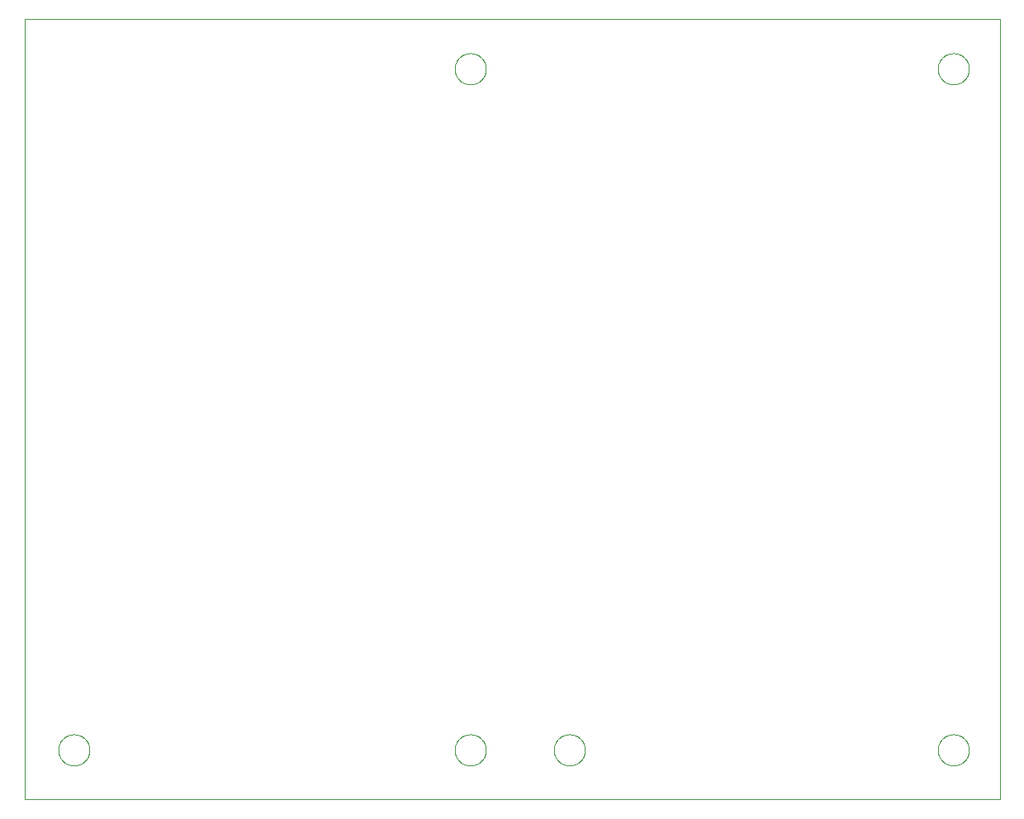
<source format=gbp>
G75*
%MOIN*%
%OFA0B0*%
%FSLAX25Y25*%
%IPPOS*%
%LPD*%
%AMOC8*
5,1,8,0,0,1.08239X$1,22.5*
%
%ADD10C,0.00000*%
D10*
X0001000Y0002600D02*
X0001000Y0317561D01*
X0394701Y0317561D01*
X0394701Y0002600D01*
X0001000Y0002600D01*
X0014701Y0022600D02*
X0014703Y0022758D01*
X0014709Y0022916D01*
X0014719Y0023074D01*
X0014733Y0023232D01*
X0014751Y0023389D01*
X0014772Y0023546D01*
X0014798Y0023702D01*
X0014828Y0023858D01*
X0014861Y0024013D01*
X0014899Y0024166D01*
X0014940Y0024319D01*
X0014985Y0024471D01*
X0015034Y0024622D01*
X0015087Y0024771D01*
X0015143Y0024919D01*
X0015203Y0025065D01*
X0015267Y0025210D01*
X0015335Y0025353D01*
X0015406Y0025495D01*
X0015480Y0025635D01*
X0015558Y0025772D01*
X0015640Y0025908D01*
X0015724Y0026042D01*
X0015813Y0026173D01*
X0015904Y0026302D01*
X0015999Y0026429D01*
X0016096Y0026554D01*
X0016197Y0026676D01*
X0016301Y0026795D01*
X0016408Y0026912D01*
X0016518Y0027026D01*
X0016631Y0027137D01*
X0016746Y0027246D01*
X0016864Y0027351D01*
X0016985Y0027453D01*
X0017108Y0027553D01*
X0017234Y0027649D01*
X0017362Y0027742D01*
X0017492Y0027832D01*
X0017625Y0027918D01*
X0017760Y0028002D01*
X0017896Y0028081D01*
X0018035Y0028158D01*
X0018176Y0028230D01*
X0018318Y0028300D01*
X0018462Y0028365D01*
X0018608Y0028427D01*
X0018755Y0028485D01*
X0018904Y0028540D01*
X0019054Y0028591D01*
X0019205Y0028638D01*
X0019357Y0028681D01*
X0019510Y0028720D01*
X0019665Y0028756D01*
X0019820Y0028787D01*
X0019976Y0028815D01*
X0020132Y0028839D01*
X0020289Y0028859D01*
X0020447Y0028875D01*
X0020604Y0028887D01*
X0020763Y0028895D01*
X0020921Y0028899D01*
X0021079Y0028899D01*
X0021237Y0028895D01*
X0021396Y0028887D01*
X0021553Y0028875D01*
X0021711Y0028859D01*
X0021868Y0028839D01*
X0022024Y0028815D01*
X0022180Y0028787D01*
X0022335Y0028756D01*
X0022490Y0028720D01*
X0022643Y0028681D01*
X0022795Y0028638D01*
X0022946Y0028591D01*
X0023096Y0028540D01*
X0023245Y0028485D01*
X0023392Y0028427D01*
X0023538Y0028365D01*
X0023682Y0028300D01*
X0023824Y0028230D01*
X0023965Y0028158D01*
X0024104Y0028081D01*
X0024240Y0028002D01*
X0024375Y0027918D01*
X0024508Y0027832D01*
X0024638Y0027742D01*
X0024766Y0027649D01*
X0024892Y0027553D01*
X0025015Y0027453D01*
X0025136Y0027351D01*
X0025254Y0027246D01*
X0025369Y0027137D01*
X0025482Y0027026D01*
X0025592Y0026912D01*
X0025699Y0026795D01*
X0025803Y0026676D01*
X0025904Y0026554D01*
X0026001Y0026429D01*
X0026096Y0026302D01*
X0026187Y0026173D01*
X0026276Y0026042D01*
X0026360Y0025908D01*
X0026442Y0025772D01*
X0026520Y0025635D01*
X0026594Y0025495D01*
X0026665Y0025353D01*
X0026733Y0025210D01*
X0026797Y0025065D01*
X0026857Y0024919D01*
X0026913Y0024771D01*
X0026966Y0024622D01*
X0027015Y0024471D01*
X0027060Y0024319D01*
X0027101Y0024166D01*
X0027139Y0024013D01*
X0027172Y0023858D01*
X0027202Y0023702D01*
X0027228Y0023546D01*
X0027249Y0023389D01*
X0027267Y0023232D01*
X0027281Y0023074D01*
X0027291Y0022916D01*
X0027297Y0022758D01*
X0027299Y0022600D01*
X0027297Y0022442D01*
X0027291Y0022284D01*
X0027281Y0022126D01*
X0027267Y0021968D01*
X0027249Y0021811D01*
X0027228Y0021654D01*
X0027202Y0021498D01*
X0027172Y0021342D01*
X0027139Y0021187D01*
X0027101Y0021034D01*
X0027060Y0020881D01*
X0027015Y0020729D01*
X0026966Y0020578D01*
X0026913Y0020429D01*
X0026857Y0020281D01*
X0026797Y0020135D01*
X0026733Y0019990D01*
X0026665Y0019847D01*
X0026594Y0019705D01*
X0026520Y0019565D01*
X0026442Y0019428D01*
X0026360Y0019292D01*
X0026276Y0019158D01*
X0026187Y0019027D01*
X0026096Y0018898D01*
X0026001Y0018771D01*
X0025904Y0018646D01*
X0025803Y0018524D01*
X0025699Y0018405D01*
X0025592Y0018288D01*
X0025482Y0018174D01*
X0025369Y0018063D01*
X0025254Y0017954D01*
X0025136Y0017849D01*
X0025015Y0017747D01*
X0024892Y0017647D01*
X0024766Y0017551D01*
X0024638Y0017458D01*
X0024508Y0017368D01*
X0024375Y0017282D01*
X0024240Y0017198D01*
X0024104Y0017119D01*
X0023965Y0017042D01*
X0023824Y0016970D01*
X0023682Y0016900D01*
X0023538Y0016835D01*
X0023392Y0016773D01*
X0023245Y0016715D01*
X0023096Y0016660D01*
X0022946Y0016609D01*
X0022795Y0016562D01*
X0022643Y0016519D01*
X0022490Y0016480D01*
X0022335Y0016444D01*
X0022180Y0016413D01*
X0022024Y0016385D01*
X0021868Y0016361D01*
X0021711Y0016341D01*
X0021553Y0016325D01*
X0021396Y0016313D01*
X0021237Y0016305D01*
X0021079Y0016301D01*
X0020921Y0016301D01*
X0020763Y0016305D01*
X0020604Y0016313D01*
X0020447Y0016325D01*
X0020289Y0016341D01*
X0020132Y0016361D01*
X0019976Y0016385D01*
X0019820Y0016413D01*
X0019665Y0016444D01*
X0019510Y0016480D01*
X0019357Y0016519D01*
X0019205Y0016562D01*
X0019054Y0016609D01*
X0018904Y0016660D01*
X0018755Y0016715D01*
X0018608Y0016773D01*
X0018462Y0016835D01*
X0018318Y0016900D01*
X0018176Y0016970D01*
X0018035Y0017042D01*
X0017896Y0017119D01*
X0017760Y0017198D01*
X0017625Y0017282D01*
X0017492Y0017368D01*
X0017362Y0017458D01*
X0017234Y0017551D01*
X0017108Y0017647D01*
X0016985Y0017747D01*
X0016864Y0017849D01*
X0016746Y0017954D01*
X0016631Y0018063D01*
X0016518Y0018174D01*
X0016408Y0018288D01*
X0016301Y0018405D01*
X0016197Y0018524D01*
X0016096Y0018646D01*
X0015999Y0018771D01*
X0015904Y0018898D01*
X0015813Y0019027D01*
X0015724Y0019158D01*
X0015640Y0019292D01*
X0015558Y0019428D01*
X0015480Y0019565D01*
X0015406Y0019705D01*
X0015335Y0019847D01*
X0015267Y0019990D01*
X0015203Y0020135D01*
X0015143Y0020281D01*
X0015087Y0020429D01*
X0015034Y0020578D01*
X0014985Y0020729D01*
X0014940Y0020881D01*
X0014899Y0021034D01*
X0014861Y0021187D01*
X0014828Y0021342D01*
X0014798Y0021498D01*
X0014772Y0021654D01*
X0014751Y0021811D01*
X0014733Y0021968D01*
X0014719Y0022126D01*
X0014709Y0022284D01*
X0014703Y0022442D01*
X0014701Y0022600D01*
X0174701Y0022600D02*
X0174703Y0022758D01*
X0174709Y0022916D01*
X0174719Y0023074D01*
X0174733Y0023232D01*
X0174751Y0023389D01*
X0174772Y0023546D01*
X0174798Y0023702D01*
X0174828Y0023858D01*
X0174861Y0024013D01*
X0174899Y0024166D01*
X0174940Y0024319D01*
X0174985Y0024471D01*
X0175034Y0024622D01*
X0175087Y0024771D01*
X0175143Y0024919D01*
X0175203Y0025065D01*
X0175267Y0025210D01*
X0175335Y0025353D01*
X0175406Y0025495D01*
X0175480Y0025635D01*
X0175558Y0025772D01*
X0175640Y0025908D01*
X0175724Y0026042D01*
X0175813Y0026173D01*
X0175904Y0026302D01*
X0175999Y0026429D01*
X0176096Y0026554D01*
X0176197Y0026676D01*
X0176301Y0026795D01*
X0176408Y0026912D01*
X0176518Y0027026D01*
X0176631Y0027137D01*
X0176746Y0027246D01*
X0176864Y0027351D01*
X0176985Y0027453D01*
X0177108Y0027553D01*
X0177234Y0027649D01*
X0177362Y0027742D01*
X0177492Y0027832D01*
X0177625Y0027918D01*
X0177760Y0028002D01*
X0177896Y0028081D01*
X0178035Y0028158D01*
X0178176Y0028230D01*
X0178318Y0028300D01*
X0178462Y0028365D01*
X0178608Y0028427D01*
X0178755Y0028485D01*
X0178904Y0028540D01*
X0179054Y0028591D01*
X0179205Y0028638D01*
X0179357Y0028681D01*
X0179510Y0028720D01*
X0179665Y0028756D01*
X0179820Y0028787D01*
X0179976Y0028815D01*
X0180132Y0028839D01*
X0180289Y0028859D01*
X0180447Y0028875D01*
X0180604Y0028887D01*
X0180763Y0028895D01*
X0180921Y0028899D01*
X0181079Y0028899D01*
X0181237Y0028895D01*
X0181396Y0028887D01*
X0181553Y0028875D01*
X0181711Y0028859D01*
X0181868Y0028839D01*
X0182024Y0028815D01*
X0182180Y0028787D01*
X0182335Y0028756D01*
X0182490Y0028720D01*
X0182643Y0028681D01*
X0182795Y0028638D01*
X0182946Y0028591D01*
X0183096Y0028540D01*
X0183245Y0028485D01*
X0183392Y0028427D01*
X0183538Y0028365D01*
X0183682Y0028300D01*
X0183824Y0028230D01*
X0183965Y0028158D01*
X0184104Y0028081D01*
X0184240Y0028002D01*
X0184375Y0027918D01*
X0184508Y0027832D01*
X0184638Y0027742D01*
X0184766Y0027649D01*
X0184892Y0027553D01*
X0185015Y0027453D01*
X0185136Y0027351D01*
X0185254Y0027246D01*
X0185369Y0027137D01*
X0185482Y0027026D01*
X0185592Y0026912D01*
X0185699Y0026795D01*
X0185803Y0026676D01*
X0185904Y0026554D01*
X0186001Y0026429D01*
X0186096Y0026302D01*
X0186187Y0026173D01*
X0186276Y0026042D01*
X0186360Y0025908D01*
X0186442Y0025772D01*
X0186520Y0025635D01*
X0186594Y0025495D01*
X0186665Y0025353D01*
X0186733Y0025210D01*
X0186797Y0025065D01*
X0186857Y0024919D01*
X0186913Y0024771D01*
X0186966Y0024622D01*
X0187015Y0024471D01*
X0187060Y0024319D01*
X0187101Y0024166D01*
X0187139Y0024013D01*
X0187172Y0023858D01*
X0187202Y0023702D01*
X0187228Y0023546D01*
X0187249Y0023389D01*
X0187267Y0023232D01*
X0187281Y0023074D01*
X0187291Y0022916D01*
X0187297Y0022758D01*
X0187299Y0022600D01*
X0187297Y0022442D01*
X0187291Y0022284D01*
X0187281Y0022126D01*
X0187267Y0021968D01*
X0187249Y0021811D01*
X0187228Y0021654D01*
X0187202Y0021498D01*
X0187172Y0021342D01*
X0187139Y0021187D01*
X0187101Y0021034D01*
X0187060Y0020881D01*
X0187015Y0020729D01*
X0186966Y0020578D01*
X0186913Y0020429D01*
X0186857Y0020281D01*
X0186797Y0020135D01*
X0186733Y0019990D01*
X0186665Y0019847D01*
X0186594Y0019705D01*
X0186520Y0019565D01*
X0186442Y0019428D01*
X0186360Y0019292D01*
X0186276Y0019158D01*
X0186187Y0019027D01*
X0186096Y0018898D01*
X0186001Y0018771D01*
X0185904Y0018646D01*
X0185803Y0018524D01*
X0185699Y0018405D01*
X0185592Y0018288D01*
X0185482Y0018174D01*
X0185369Y0018063D01*
X0185254Y0017954D01*
X0185136Y0017849D01*
X0185015Y0017747D01*
X0184892Y0017647D01*
X0184766Y0017551D01*
X0184638Y0017458D01*
X0184508Y0017368D01*
X0184375Y0017282D01*
X0184240Y0017198D01*
X0184104Y0017119D01*
X0183965Y0017042D01*
X0183824Y0016970D01*
X0183682Y0016900D01*
X0183538Y0016835D01*
X0183392Y0016773D01*
X0183245Y0016715D01*
X0183096Y0016660D01*
X0182946Y0016609D01*
X0182795Y0016562D01*
X0182643Y0016519D01*
X0182490Y0016480D01*
X0182335Y0016444D01*
X0182180Y0016413D01*
X0182024Y0016385D01*
X0181868Y0016361D01*
X0181711Y0016341D01*
X0181553Y0016325D01*
X0181396Y0016313D01*
X0181237Y0016305D01*
X0181079Y0016301D01*
X0180921Y0016301D01*
X0180763Y0016305D01*
X0180604Y0016313D01*
X0180447Y0016325D01*
X0180289Y0016341D01*
X0180132Y0016361D01*
X0179976Y0016385D01*
X0179820Y0016413D01*
X0179665Y0016444D01*
X0179510Y0016480D01*
X0179357Y0016519D01*
X0179205Y0016562D01*
X0179054Y0016609D01*
X0178904Y0016660D01*
X0178755Y0016715D01*
X0178608Y0016773D01*
X0178462Y0016835D01*
X0178318Y0016900D01*
X0178176Y0016970D01*
X0178035Y0017042D01*
X0177896Y0017119D01*
X0177760Y0017198D01*
X0177625Y0017282D01*
X0177492Y0017368D01*
X0177362Y0017458D01*
X0177234Y0017551D01*
X0177108Y0017647D01*
X0176985Y0017747D01*
X0176864Y0017849D01*
X0176746Y0017954D01*
X0176631Y0018063D01*
X0176518Y0018174D01*
X0176408Y0018288D01*
X0176301Y0018405D01*
X0176197Y0018524D01*
X0176096Y0018646D01*
X0175999Y0018771D01*
X0175904Y0018898D01*
X0175813Y0019027D01*
X0175724Y0019158D01*
X0175640Y0019292D01*
X0175558Y0019428D01*
X0175480Y0019565D01*
X0175406Y0019705D01*
X0175335Y0019847D01*
X0175267Y0019990D01*
X0175203Y0020135D01*
X0175143Y0020281D01*
X0175087Y0020429D01*
X0175034Y0020578D01*
X0174985Y0020729D01*
X0174940Y0020881D01*
X0174899Y0021034D01*
X0174861Y0021187D01*
X0174828Y0021342D01*
X0174798Y0021498D01*
X0174772Y0021654D01*
X0174751Y0021811D01*
X0174733Y0021968D01*
X0174719Y0022126D01*
X0174709Y0022284D01*
X0174703Y0022442D01*
X0174701Y0022600D01*
X0214701Y0022600D02*
X0214703Y0022758D01*
X0214709Y0022916D01*
X0214719Y0023074D01*
X0214733Y0023232D01*
X0214751Y0023389D01*
X0214772Y0023546D01*
X0214798Y0023702D01*
X0214828Y0023858D01*
X0214861Y0024013D01*
X0214899Y0024166D01*
X0214940Y0024319D01*
X0214985Y0024471D01*
X0215034Y0024622D01*
X0215087Y0024771D01*
X0215143Y0024919D01*
X0215203Y0025065D01*
X0215267Y0025210D01*
X0215335Y0025353D01*
X0215406Y0025495D01*
X0215480Y0025635D01*
X0215558Y0025772D01*
X0215640Y0025908D01*
X0215724Y0026042D01*
X0215813Y0026173D01*
X0215904Y0026302D01*
X0215999Y0026429D01*
X0216096Y0026554D01*
X0216197Y0026676D01*
X0216301Y0026795D01*
X0216408Y0026912D01*
X0216518Y0027026D01*
X0216631Y0027137D01*
X0216746Y0027246D01*
X0216864Y0027351D01*
X0216985Y0027453D01*
X0217108Y0027553D01*
X0217234Y0027649D01*
X0217362Y0027742D01*
X0217492Y0027832D01*
X0217625Y0027918D01*
X0217760Y0028002D01*
X0217896Y0028081D01*
X0218035Y0028158D01*
X0218176Y0028230D01*
X0218318Y0028300D01*
X0218462Y0028365D01*
X0218608Y0028427D01*
X0218755Y0028485D01*
X0218904Y0028540D01*
X0219054Y0028591D01*
X0219205Y0028638D01*
X0219357Y0028681D01*
X0219510Y0028720D01*
X0219665Y0028756D01*
X0219820Y0028787D01*
X0219976Y0028815D01*
X0220132Y0028839D01*
X0220289Y0028859D01*
X0220447Y0028875D01*
X0220604Y0028887D01*
X0220763Y0028895D01*
X0220921Y0028899D01*
X0221079Y0028899D01*
X0221237Y0028895D01*
X0221396Y0028887D01*
X0221553Y0028875D01*
X0221711Y0028859D01*
X0221868Y0028839D01*
X0222024Y0028815D01*
X0222180Y0028787D01*
X0222335Y0028756D01*
X0222490Y0028720D01*
X0222643Y0028681D01*
X0222795Y0028638D01*
X0222946Y0028591D01*
X0223096Y0028540D01*
X0223245Y0028485D01*
X0223392Y0028427D01*
X0223538Y0028365D01*
X0223682Y0028300D01*
X0223824Y0028230D01*
X0223965Y0028158D01*
X0224104Y0028081D01*
X0224240Y0028002D01*
X0224375Y0027918D01*
X0224508Y0027832D01*
X0224638Y0027742D01*
X0224766Y0027649D01*
X0224892Y0027553D01*
X0225015Y0027453D01*
X0225136Y0027351D01*
X0225254Y0027246D01*
X0225369Y0027137D01*
X0225482Y0027026D01*
X0225592Y0026912D01*
X0225699Y0026795D01*
X0225803Y0026676D01*
X0225904Y0026554D01*
X0226001Y0026429D01*
X0226096Y0026302D01*
X0226187Y0026173D01*
X0226276Y0026042D01*
X0226360Y0025908D01*
X0226442Y0025772D01*
X0226520Y0025635D01*
X0226594Y0025495D01*
X0226665Y0025353D01*
X0226733Y0025210D01*
X0226797Y0025065D01*
X0226857Y0024919D01*
X0226913Y0024771D01*
X0226966Y0024622D01*
X0227015Y0024471D01*
X0227060Y0024319D01*
X0227101Y0024166D01*
X0227139Y0024013D01*
X0227172Y0023858D01*
X0227202Y0023702D01*
X0227228Y0023546D01*
X0227249Y0023389D01*
X0227267Y0023232D01*
X0227281Y0023074D01*
X0227291Y0022916D01*
X0227297Y0022758D01*
X0227299Y0022600D01*
X0227297Y0022442D01*
X0227291Y0022284D01*
X0227281Y0022126D01*
X0227267Y0021968D01*
X0227249Y0021811D01*
X0227228Y0021654D01*
X0227202Y0021498D01*
X0227172Y0021342D01*
X0227139Y0021187D01*
X0227101Y0021034D01*
X0227060Y0020881D01*
X0227015Y0020729D01*
X0226966Y0020578D01*
X0226913Y0020429D01*
X0226857Y0020281D01*
X0226797Y0020135D01*
X0226733Y0019990D01*
X0226665Y0019847D01*
X0226594Y0019705D01*
X0226520Y0019565D01*
X0226442Y0019428D01*
X0226360Y0019292D01*
X0226276Y0019158D01*
X0226187Y0019027D01*
X0226096Y0018898D01*
X0226001Y0018771D01*
X0225904Y0018646D01*
X0225803Y0018524D01*
X0225699Y0018405D01*
X0225592Y0018288D01*
X0225482Y0018174D01*
X0225369Y0018063D01*
X0225254Y0017954D01*
X0225136Y0017849D01*
X0225015Y0017747D01*
X0224892Y0017647D01*
X0224766Y0017551D01*
X0224638Y0017458D01*
X0224508Y0017368D01*
X0224375Y0017282D01*
X0224240Y0017198D01*
X0224104Y0017119D01*
X0223965Y0017042D01*
X0223824Y0016970D01*
X0223682Y0016900D01*
X0223538Y0016835D01*
X0223392Y0016773D01*
X0223245Y0016715D01*
X0223096Y0016660D01*
X0222946Y0016609D01*
X0222795Y0016562D01*
X0222643Y0016519D01*
X0222490Y0016480D01*
X0222335Y0016444D01*
X0222180Y0016413D01*
X0222024Y0016385D01*
X0221868Y0016361D01*
X0221711Y0016341D01*
X0221553Y0016325D01*
X0221396Y0016313D01*
X0221237Y0016305D01*
X0221079Y0016301D01*
X0220921Y0016301D01*
X0220763Y0016305D01*
X0220604Y0016313D01*
X0220447Y0016325D01*
X0220289Y0016341D01*
X0220132Y0016361D01*
X0219976Y0016385D01*
X0219820Y0016413D01*
X0219665Y0016444D01*
X0219510Y0016480D01*
X0219357Y0016519D01*
X0219205Y0016562D01*
X0219054Y0016609D01*
X0218904Y0016660D01*
X0218755Y0016715D01*
X0218608Y0016773D01*
X0218462Y0016835D01*
X0218318Y0016900D01*
X0218176Y0016970D01*
X0218035Y0017042D01*
X0217896Y0017119D01*
X0217760Y0017198D01*
X0217625Y0017282D01*
X0217492Y0017368D01*
X0217362Y0017458D01*
X0217234Y0017551D01*
X0217108Y0017647D01*
X0216985Y0017747D01*
X0216864Y0017849D01*
X0216746Y0017954D01*
X0216631Y0018063D01*
X0216518Y0018174D01*
X0216408Y0018288D01*
X0216301Y0018405D01*
X0216197Y0018524D01*
X0216096Y0018646D01*
X0215999Y0018771D01*
X0215904Y0018898D01*
X0215813Y0019027D01*
X0215724Y0019158D01*
X0215640Y0019292D01*
X0215558Y0019428D01*
X0215480Y0019565D01*
X0215406Y0019705D01*
X0215335Y0019847D01*
X0215267Y0019990D01*
X0215203Y0020135D01*
X0215143Y0020281D01*
X0215087Y0020429D01*
X0215034Y0020578D01*
X0214985Y0020729D01*
X0214940Y0020881D01*
X0214899Y0021034D01*
X0214861Y0021187D01*
X0214828Y0021342D01*
X0214798Y0021498D01*
X0214772Y0021654D01*
X0214751Y0021811D01*
X0214733Y0021968D01*
X0214719Y0022126D01*
X0214709Y0022284D01*
X0214703Y0022442D01*
X0214701Y0022600D01*
X0369701Y0022600D02*
X0369703Y0022758D01*
X0369709Y0022916D01*
X0369719Y0023074D01*
X0369733Y0023232D01*
X0369751Y0023389D01*
X0369772Y0023546D01*
X0369798Y0023702D01*
X0369828Y0023858D01*
X0369861Y0024013D01*
X0369899Y0024166D01*
X0369940Y0024319D01*
X0369985Y0024471D01*
X0370034Y0024622D01*
X0370087Y0024771D01*
X0370143Y0024919D01*
X0370203Y0025065D01*
X0370267Y0025210D01*
X0370335Y0025353D01*
X0370406Y0025495D01*
X0370480Y0025635D01*
X0370558Y0025772D01*
X0370640Y0025908D01*
X0370724Y0026042D01*
X0370813Y0026173D01*
X0370904Y0026302D01*
X0370999Y0026429D01*
X0371096Y0026554D01*
X0371197Y0026676D01*
X0371301Y0026795D01*
X0371408Y0026912D01*
X0371518Y0027026D01*
X0371631Y0027137D01*
X0371746Y0027246D01*
X0371864Y0027351D01*
X0371985Y0027453D01*
X0372108Y0027553D01*
X0372234Y0027649D01*
X0372362Y0027742D01*
X0372492Y0027832D01*
X0372625Y0027918D01*
X0372760Y0028002D01*
X0372896Y0028081D01*
X0373035Y0028158D01*
X0373176Y0028230D01*
X0373318Y0028300D01*
X0373462Y0028365D01*
X0373608Y0028427D01*
X0373755Y0028485D01*
X0373904Y0028540D01*
X0374054Y0028591D01*
X0374205Y0028638D01*
X0374357Y0028681D01*
X0374510Y0028720D01*
X0374665Y0028756D01*
X0374820Y0028787D01*
X0374976Y0028815D01*
X0375132Y0028839D01*
X0375289Y0028859D01*
X0375447Y0028875D01*
X0375604Y0028887D01*
X0375763Y0028895D01*
X0375921Y0028899D01*
X0376079Y0028899D01*
X0376237Y0028895D01*
X0376396Y0028887D01*
X0376553Y0028875D01*
X0376711Y0028859D01*
X0376868Y0028839D01*
X0377024Y0028815D01*
X0377180Y0028787D01*
X0377335Y0028756D01*
X0377490Y0028720D01*
X0377643Y0028681D01*
X0377795Y0028638D01*
X0377946Y0028591D01*
X0378096Y0028540D01*
X0378245Y0028485D01*
X0378392Y0028427D01*
X0378538Y0028365D01*
X0378682Y0028300D01*
X0378824Y0028230D01*
X0378965Y0028158D01*
X0379104Y0028081D01*
X0379240Y0028002D01*
X0379375Y0027918D01*
X0379508Y0027832D01*
X0379638Y0027742D01*
X0379766Y0027649D01*
X0379892Y0027553D01*
X0380015Y0027453D01*
X0380136Y0027351D01*
X0380254Y0027246D01*
X0380369Y0027137D01*
X0380482Y0027026D01*
X0380592Y0026912D01*
X0380699Y0026795D01*
X0380803Y0026676D01*
X0380904Y0026554D01*
X0381001Y0026429D01*
X0381096Y0026302D01*
X0381187Y0026173D01*
X0381276Y0026042D01*
X0381360Y0025908D01*
X0381442Y0025772D01*
X0381520Y0025635D01*
X0381594Y0025495D01*
X0381665Y0025353D01*
X0381733Y0025210D01*
X0381797Y0025065D01*
X0381857Y0024919D01*
X0381913Y0024771D01*
X0381966Y0024622D01*
X0382015Y0024471D01*
X0382060Y0024319D01*
X0382101Y0024166D01*
X0382139Y0024013D01*
X0382172Y0023858D01*
X0382202Y0023702D01*
X0382228Y0023546D01*
X0382249Y0023389D01*
X0382267Y0023232D01*
X0382281Y0023074D01*
X0382291Y0022916D01*
X0382297Y0022758D01*
X0382299Y0022600D01*
X0382297Y0022442D01*
X0382291Y0022284D01*
X0382281Y0022126D01*
X0382267Y0021968D01*
X0382249Y0021811D01*
X0382228Y0021654D01*
X0382202Y0021498D01*
X0382172Y0021342D01*
X0382139Y0021187D01*
X0382101Y0021034D01*
X0382060Y0020881D01*
X0382015Y0020729D01*
X0381966Y0020578D01*
X0381913Y0020429D01*
X0381857Y0020281D01*
X0381797Y0020135D01*
X0381733Y0019990D01*
X0381665Y0019847D01*
X0381594Y0019705D01*
X0381520Y0019565D01*
X0381442Y0019428D01*
X0381360Y0019292D01*
X0381276Y0019158D01*
X0381187Y0019027D01*
X0381096Y0018898D01*
X0381001Y0018771D01*
X0380904Y0018646D01*
X0380803Y0018524D01*
X0380699Y0018405D01*
X0380592Y0018288D01*
X0380482Y0018174D01*
X0380369Y0018063D01*
X0380254Y0017954D01*
X0380136Y0017849D01*
X0380015Y0017747D01*
X0379892Y0017647D01*
X0379766Y0017551D01*
X0379638Y0017458D01*
X0379508Y0017368D01*
X0379375Y0017282D01*
X0379240Y0017198D01*
X0379104Y0017119D01*
X0378965Y0017042D01*
X0378824Y0016970D01*
X0378682Y0016900D01*
X0378538Y0016835D01*
X0378392Y0016773D01*
X0378245Y0016715D01*
X0378096Y0016660D01*
X0377946Y0016609D01*
X0377795Y0016562D01*
X0377643Y0016519D01*
X0377490Y0016480D01*
X0377335Y0016444D01*
X0377180Y0016413D01*
X0377024Y0016385D01*
X0376868Y0016361D01*
X0376711Y0016341D01*
X0376553Y0016325D01*
X0376396Y0016313D01*
X0376237Y0016305D01*
X0376079Y0016301D01*
X0375921Y0016301D01*
X0375763Y0016305D01*
X0375604Y0016313D01*
X0375447Y0016325D01*
X0375289Y0016341D01*
X0375132Y0016361D01*
X0374976Y0016385D01*
X0374820Y0016413D01*
X0374665Y0016444D01*
X0374510Y0016480D01*
X0374357Y0016519D01*
X0374205Y0016562D01*
X0374054Y0016609D01*
X0373904Y0016660D01*
X0373755Y0016715D01*
X0373608Y0016773D01*
X0373462Y0016835D01*
X0373318Y0016900D01*
X0373176Y0016970D01*
X0373035Y0017042D01*
X0372896Y0017119D01*
X0372760Y0017198D01*
X0372625Y0017282D01*
X0372492Y0017368D01*
X0372362Y0017458D01*
X0372234Y0017551D01*
X0372108Y0017647D01*
X0371985Y0017747D01*
X0371864Y0017849D01*
X0371746Y0017954D01*
X0371631Y0018063D01*
X0371518Y0018174D01*
X0371408Y0018288D01*
X0371301Y0018405D01*
X0371197Y0018524D01*
X0371096Y0018646D01*
X0370999Y0018771D01*
X0370904Y0018898D01*
X0370813Y0019027D01*
X0370724Y0019158D01*
X0370640Y0019292D01*
X0370558Y0019428D01*
X0370480Y0019565D01*
X0370406Y0019705D01*
X0370335Y0019847D01*
X0370267Y0019990D01*
X0370203Y0020135D01*
X0370143Y0020281D01*
X0370087Y0020429D01*
X0370034Y0020578D01*
X0369985Y0020729D01*
X0369940Y0020881D01*
X0369899Y0021034D01*
X0369861Y0021187D01*
X0369828Y0021342D01*
X0369798Y0021498D01*
X0369772Y0021654D01*
X0369751Y0021811D01*
X0369733Y0021968D01*
X0369719Y0022126D01*
X0369709Y0022284D01*
X0369703Y0022442D01*
X0369701Y0022600D01*
X0369701Y0297600D02*
X0369703Y0297758D01*
X0369709Y0297916D01*
X0369719Y0298074D01*
X0369733Y0298232D01*
X0369751Y0298389D01*
X0369772Y0298546D01*
X0369798Y0298702D01*
X0369828Y0298858D01*
X0369861Y0299013D01*
X0369899Y0299166D01*
X0369940Y0299319D01*
X0369985Y0299471D01*
X0370034Y0299622D01*
X0370087Y0299771D01*
X0370143Y0299919D01*
X0370203Y0300065D01*
X0370267Y0300210D01*
X0370335Y0300353D01*
X0370406Y0300495D01*
X0370480Y0300635D01*
X0370558Y0300772D01*
X0370640Y0300908D01*
X0370724Y0301042D01*
X0370813Y0301173D01*
X0370904Y0301302D01*
X0370999Y0301429D01*
X0371096Y0301554D01*
X0371197Y0301676D01*
X0371301Y0301795D01*
X0371408Y0301912D01*
X0371518Y0302026D01*
X0371631Y0302137D01*
X0371746Y0302246D01*
X0371864Y0302351D01*
X0371985Y0302453D01*
X0372108Y0302553D01*
X0372234Y0302649D01*
X0372362Y0302742D01*
X0372492Y0302832D01*
X0372625Y0302918D01*
X0372760Y0303002D01*
X0372896Y0303081D01*
X0373035Y0303158D01*
X0373176Y0303230D01*
X0373318Y0303300D01*
X0373462Y0303365D01*
X0373608Y0303427D01*
X0373755Y0303485D01*
X0373904Y0303540D01*
X0374054Y0303591D01*
X0374205Y0303638D01*
X0374357Y0303681D01*
X0374510Y0303720D01*
X0374665Y0303756D01*
X0374820Y0303787D01*
X0374976Y0303815D01*
X0375132Y0303839D01*
X0375289Y0303859D01*
X0375447Y0303875D01*
X0375604Y0303887D01*
X0375763Y0303895D01*
X0375921Y0303899D01*
X0376079Y0303899D01*
X0376237Y0303895D01*
X0376396Y0303887D01*
X0376553Y0303875D01*
X0376711Y0303859D01*
X0376868Y0303839D01*
X0377024Y0303815D01*
X0377180Y0303787D01*
X0377335Y0303756D01*
X0377490Y0303720D01*
X0377643Y0303681D01*
X0377795Y0303638D01*
X0377946Y0303591D01*
X0378096Y0303540D01*
X0378245Y0303485D01*
X0378392Y0303427D01*
X0378538Y0303365D01*
X0378682Y0303300D01*
X0378824Y0303230D01*
X0378965Y0303158D01*
X0379104Y0303081D01*
X0379240Y0303002D01*
X0379375Y0302918D01*
X0379508Y0302832D01*
X0379638Y0302742D01*
X0379766Y0302649D01*
X0379892Y0302553D01*
X0380015Y0302453D01*
X0380136Y0302351D01*
X0380254Y0302246D01*
X0380369Y0302137D01*
X0380482Y0302026D01*
X0380592Y0301912D01*
X0380699Y0301795D01*
X0380803Y0301676D01*
X0380904Y0301554D01*
X0381001Y0301429D01*
X0381096Y0301302D01*
X0381187Y0301173D01*
X0381276Y0301042D01*
X0381360Y0300908D01*
X0381442Y0300772D01*
X0381520Y0300635D01*
X0381594Y0300495D01*
X0381665Y0300353D01*
X0381733Y0300210D01*
X0381797Y0300065D01*
X0381857Y0299919D01*
X0381913Y0299771D01*
X0381966Y0299622D01*
X0382015Y0299471D01*
X0382060Y0299319D01*
X0382101Y0299166D01*
X0382139Y0299013D01*
X0382172Y0298858D01*
X0382202Y0298702D01*
X0382228Y0298546D01*
X0382249Y0298389D01*
X0382267Y0298232D01*
X0382281Y0298074D01*
X0382291Y0297916D01*
X0382297Y0297758D01*
X0382299Y0297600D01*
X0382297Y0297442D01*
X0382291Y0297284D01*
X0382281Y0297126D01*
X0382267Y0296968D01*
X0382249Y0296811D01*
X0382228Y0296654D01*
X0382202Y0296498D01*
X0382172Y0296342D01*
X0382139Y0296187D01*
X0382101Y0296034D01*
X0382060Y0295881D01*
X0382015Y0295729D01*
X0381966Y0295578D01*
X0381913Y0295429D01*
X0381857Y0295281D01*
X0381797Y0295135D01*
X0381733Y0294990D01*
X0381665Y0294847D01*
X0381594Y0294705D01*
X0381520Y0294565D01*
X0381442Y0294428D01*
X0381360Y0294292D01*
X0381276Y0294158D01*
X0381187Y0294027D01*
X0381096Y0293898D01*
X0381001Y0293771D01*
X0380904Y0293646D01*
X0380803Y0293524D01*
X0380699Y0293405D01*
X0380592Y0293288D01*
X0380482Y0293174D01*
X0380369Y0293063D01*
X0380254Y0292954D01*
X0380136Y0292849D01*
X0380015Y0292747D01*
X0379892Y0292647D01*
X0379766Y0292551D01*
X0379638Y0292458D01*
X0379508Y0292368D01*
X0379375Y0292282D01*
X0379240Y0292198D01*
X0379104Y0292119D01*
X0378965Y0292042D01*
X0378824Y0291970D01*
X0378682Y0291900D01*
X0378538Y0291835D01*
X0378392Y0291773D01*
X0378245Y0291715D01*
X0378096Y0291660D01*
X0377946Y0291609D01*
X0377795Y0291562D01*
X0377643Y0291519D01*
X0377490Y0291480D01*
X0377335Y0291444D01*
X0377180Y0291413D01*
X0377024Y0291385D01*
X0376868Y0291361D01*
X0376711Y0291341D01*
X0376553Y0291325D01*
X0376396Y0291313D01*
X0376237Y0291305D01*
X0376079Y0291301D01*
X0375921Y0291301D01*
X0375763Y0291305D01*
X0375604Y0291313D01*
X0375447Y0291325D01*
X0375289Y0291341D01*
X0375132Y0291361D01*
X0374976Y0291385D01*
X0374820Y0291413D01*
X0374665Y0291444D01*
X0374510Y0291480D01*
X0374357Y0291519D01*
X0374205Y0291562D01*
X0374054Y0291609D01*
X0373904Y0291660D01*
X0373755Y0291715D01*
X0373608Y0291773D01*
X0373462Y0291835D01*
X0373318Y0291900D01*
X0373176Y0291970D01*
X0373035Y0292042D01*
X0372896Y0292119D01*
X0372760Y0292198D01*
X0372625Y0292282D01*
X0372492Y0292368D01*
X0372362Y0292458D01*
X0372234Y0292551D01*
X0372108Y0292647D01*
X0371985Y0292747D01*
X0371864Y0292849D01*
X0371746Y0292954D01*
X0371631Y0293063D01*
X0371518Y0293174D01*
X0371408Y0293288D01*
X0371301Y0293405D01*
X0371197Y0293524D01*
X0371096Y0293646D01*
X0370999Y0293771D01*
X0370904Y0293898D01*
X0370813Y0294027D01*
X0370724Y0294158D01*
X0370640Y0294292D01*
X0370558Y0294428D01*
X0370480Y0294565D01*
X0370406Y0294705D01*
X0370335Y0294847D01*
X0370267Y0294990D01*
X0370203Y0295135D01*
X0370143Y0295281D01*
X0370087Y0295429D01*
X0370034Y0295578D01*
X0369985Y0295729D01*
X0369940Y0295881D01*
X0369899Y0296034D01*
X0369861Y0296187D01*
X0369828Y0296342D01*
X0369798Y0296498D01*
X0369772Y0296654D01*
X0369751Y0296811D01*
X0369733Y0296968D01*
X0369719Y0297126D01*
X0369709Y0297284D01*
X0369703Y0297442D01*
X0369701Y0297600D01*
X0174701Y0297600D02*
X0174703Y0297758D01*
X0174709Y0297916D01*
X0174719Y0298074D01*
X0174733Y0298232D01*
X0174751Y0298389D01*
X0174772Y0298546D01*
X0174798Y0298702D01*
X0174828Y0298858D01*
X0174861Y0299013D01*
X0174899Y0299166D01*
X0174940Y0299319D01*
X0174985Y0299471D01*
X0175034Y0299622D01*
X0175087Y0299771D01*
X0175143Y0299919D01*
X0175203Y0300065D01*
X0175267Y0300210D01*
X0175335Y0300353D01*
X0175406Y0300495D01*
X0175480Y0300635D01*
X0175558Y0300772D01*
X0175640Y0300908D01*
X0175724Y0301042D01*
X0175813Y0301173D01*
X0175904Y0301302D01*
X0175999Y0301429D01*
X0176096Y0301554D01*
X0176197Y0301676D01*
X0176301Y0301795D01*
X0176408Y0301912D01*
X0176518Y0302026D01*
X0176631Y0302137D01*
X0176746Y0302246D01*
X0176864Y0302351D01*
X0176985Y0302453D01*
X0177108Y0302553D01*
X0177234Y0302649D01*
X0177362Y0302742D01*
X0177492Y0302832D01*
X0177625Y0302918D01*
X0177760Y0303002D01*
X0177896Y0303081D01*
X0178035Y0303158D01*
X0178176Y0303230D01*
X0178318Y0303300D01*
X0178462Y0303365D01*
X0178608Y0303427D01*
X0178755Y0303485D01*
X0178904Y0303540D01*
X0179054Y0303591D01*
X0179205Y0303638D01*
X0179357Y0303681D01*
X0179510Y0303720D01*
X0179665Y0303756D01*
X0179820Y0303787D01*
X0179976Y0303815D01*
X0180132Y0303839D01*
X0180289Y0303859D01*
X0180447Y0303875D01*
X0180604Y0303887D01*
X0180763Y0303895D01*
X0180921Y0303899D01*
X0181079Y0303899D01*
X0181237Y0303895D01*
X0181396Y0303887D01*
X0181553Y0303875D01*
X0181711Y0303859D01*
X0181868Y0303839D01*
X0182024Y0303815D01*
X0182180Y0303787D01*
X0182335Y0303756D01*
X0182490Y0303720D01*
X0182643Y0303681D01*
X0182795Y0303638D01*
X0182946Y0303591D01*
X0183096Y0303540D01*
X0183245Y0303485D01*
X0183392Y0303427D01*
X0183538Y0303365D01*
X0183682Y0303300D01*
X0183824Y0303230D01*
X0183965Y0303158D01*
X0184104Y0303081D01*
X0184240Y0303002D01*
X0184375Y0302918D01*
X0184508Y0302832D01*
X0184638Y0302742D01*
X0184766Y0302649D01*
X0184892Y0302553D01*
X0185015Y0302453D01*
X0185136Y0302351D01*
X0185254Y0302246D01*
X0185369Y0302137D01*
X0185482Y0302026D01*
X0185592Y0301912D01*
X0185699Y0301795D01*
X0185803Y0301676D01*
X0185904Y0301554D01*
X0186001Y0301429D01*
X0186096Y0301302D01*
X0186187Y0301173D01*
X0186276Y0301042D01*
X0186360Y0300908D01*
X0186442Y0300772D01*
X0186520Y0300635D01*
X0186594Y0300495D01*
X0186665Y0300353D01*
X0186733Y0300210D01*
X0186797Y0300065D01*
X0186857Y0299919D01*
X0186913Y0299771D01*
X0186966Y0299622D01*
X0187015Y0299471D01*
X0187060Y0299319D01*
X0187101Y0299166D01*
X0187139Y0299013D01*
X0187172Y0298858D01*
X0187202Y0298702D01*
X0187228Y0298546D01*
X0187249Y0298389D01*
X0187267Y0298232D01*
X0187281Y0298074D01*
X0187291Y0297916D01*
X0187297Y0297758D01*
X0187299Y0297600D01*
X0187297Y0297442D01*
X0187291Y0297284D01*
X0187281Y0297126D01*
X0187267Y0296968D01*
X0187249Y0296811D01*
X0187228Y0296654D01*
X0187202Y0296498D01*
X0187172Y0296342D01*
X0187139Y0296187D01*
X0187101Y0296034D01*
X0187060Y0295881D01*
X0187015Y0295729D01*
X0186966Y0295578D01*
X0186913Y0295429D01*
X0186857Y0295281D01*
X0186797Y0295135D01*
X0186733Y0294990D01*
X0186665Y0294847D01*
X0186594Y0294705D01*
X0186520Y0294565D01*
X0186442Y0294428D01*
X0186360Y0294292D01*
X0186276Y0294158D01*
X0186187Y0294027D01*
X0186096Y0293898D01*
X0186001Y0293771D01*
X0185904Y0293646D01*
X0185803Y0293524D01*
X0185699Y0293405D01*
X0185592Y0293288D01*
X0185482Y0293174D01*
X0185369Y0293063D01*
X0185254Y0292954D01*
X0185136Y0292849D01*
X0185015Y0292747D01*
X0184892Y0292647D01*
X0184766Y0292551D01*
X0184638Y0292458D01*
X0184508Y0292368D01*
X0184375Y0292282D01*
X0184240Y0292198D01*
X0184104Y0292119D01*
X0183965Y0292042D01*
X0183824Y0291970D01*
X0183682Y0291900D01*
X0183538Y0291835D01*
X0183392Y0291773D01*
X0183245Y0291715D01*
X0183096Y0291660D01*
X0182946Y0291609D01*
X0182795Y0291562D01*
X0182643Y0291519D01*
X0182490Y0291480D01*
X0182335Y0291444D01*
X0182180Y0291413D01*
X0182024Y0291385D01*
X0181868Y0291361D01*
X0181711Y0291341D01*
X0181553Y0291325D01*
X0181396Y0291313D01*
X0181237Y0291305D01*
X0181079Y0291301D01*
X0180921Y0291301D01*
X0180763Y0291305D01*
X0180604Y0291313D01*
X0180447Y0291325D01*
X0180289Y0291341D01*
X0180132Y0291361D01*
X0179976Y0291385D01*
X0179820Y0291413D01*
X0179665Y0291444D01*
X0179510Y0291480D01*
X0179357Y0291519D01*
X0179205Y0291562D01*
X0179054Y0291609D01*
X0178904Y0291660D01*
X0178755Y0291715D01*
X0178608Y0291773D01*
X0178462Y0291835D01*
X0178318Y0291900D01*
X0178176Y0291970D01*
X0178035Y0292042D01*
X0177896Y0292119D01*
X0177760Y0292198D01*
X0177625Y0292282D01*
X0177492Y0292368D01*
X0177362Y0292458D01*
X0177234Y0292551D01*
X0177108Y0292647D01*
X0176985Y0292747D01*
X0176864Y0292849D01*
X0176746Y0292954D01*
X0176631Y0293063D01*
X0176518Y0293174D01*
X0176408Y0293288D01*
X0176301Y0293405D01*
X0176197Y0293524D01*
X0176096Y0293646D01*
X0175999Y0293771D01*
X0175904Y0293898D01*
X0175813Y0294027D01*
X0175724Y0294158D01*
X0175640Y0294292D01*
X0175558Y0294428D01*
X0175480Y0294565D01*
X0175406Y0294705D01*
X0175335Y0294847D01*
X0175267Y0294990D01*
X0175203Y0295135D01*
X0175143Y0295281D01*
X0175087Y0295429D01*
X0175034Y0295578D01*
X0174985Y0295729D01*
X0174940Y0295881D01*
X0174899Y0296034D01*
X0174861Y0296187D01*
X0174828Y0296342D01*
X0174798Y0296498D01*
X0174772Y0296654D01*
X0174751Y0296811D01*
X0174733Y0296968D01*
X0174719Y0297126D01*
X0174709Y0297284D01*
X0174703Y0297442D01*
X0174701Y0297600D01*
M02*

</source>
